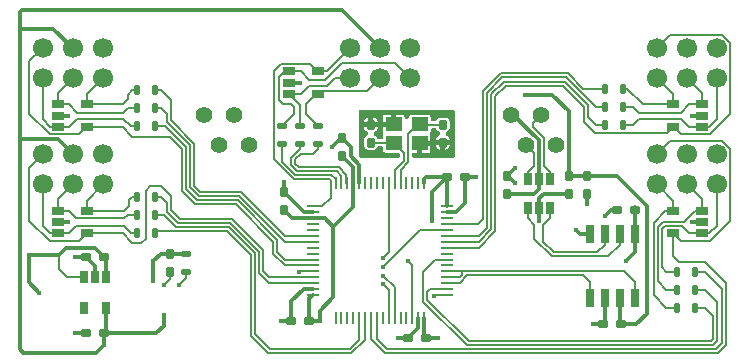
<source format=gtl>
%FSLAX46Y46*%
%MOMM*%
%ADD10C,0.150000*%
%ADD11C,0.300000*%
%AMPS23*
1,1,1.400000,0.000000,0.000000*
%
%ADD23PS23*%
%AMPS17*
1,1,1.700000,0.000000,0.000000*
%
%ADD17PS17*%
%AMPS26*
21,1,0.700000,1.000000,0.000000,0.000000,90.000000*
%
%ADD26PS26*%
%AMPS33*
21,1,0.700000,1.000000,0.000000,0.000000,180.000000*
%
%ADD33PS33*%
%AMPS20*
21,1,0.700000,1.000000,0.000000,0.000000,270.000000*
%
%ADD20PS20*%
%AMPS29*
21,1,0.250000,1.000000,0.000000,0.000000,0.000000*
%
%ADD29PS29*%
%AMPS28*
21,1,0.250000,1.000000,0.000000,0.000000,90.000000*
%
%ADD28PS28*%
%AMPS30*
21,1,0.250000,1.000000,0.000000,0.000000,180.000000*
%
%ADD30PS30*%
%AMPS27*
21,1,0.250000,1.000000,0.000000,0.000000,270.000000*
%
%ADD27PS27*%
%AMPS15*
21,1,1.400000,1.200000,0.000000,0.000000,180.000000*
%
%ADD15PS15*%
%AMPS13*
21,1,0.600000,1.500000,0.000000,0.000000,0.000000*
%
%ADD13PS13*%
%AMPS14*
21,1,0.600000,1.500000,0.000000,0.000000,180.000000*
%
%ADD14PS14*%
%AMPS34*
1,1,0.400000,0.000000,0.000000*
%
%ADD34PS34*%
%AMPS12*
1,1,0.360000,0.220000,-0.195000*
1,1,0.360000,-0.220000,0.195000*
1,1,0.360000,0.220000,0.195000*
21,1,0.800000,0.390000,0.000000,0.000000,0.000000*
21,1,0.440000,0.750000,0.000000,0.000000,0.000000*
1,1,0.360000,-0.220000,-0.195000*
%
%ADD12PS12*%
%AMPS21*
1,1,0.360000,0.195000,0.220000*
1,1,0.360000,-0.195000,-0.220000*
1,1,0.360000,-0.195000,0.220000*
21,1,0.800000,0.390000,0.000000,0.000000,90.000000*
21,1,0.440000,0.750000,0.000000,0.000000,90.000000*
1,1,0.360000,0.195000,-0.220000*
%
%ADD21PS21*%
%AMPS24*
1,1,0.360000,-0.220000,0.195000*
1,1,0.360000,0.220000,-0.195000*
1,1,0.360000,-0.220000,-0.195000*
21,1,0.800000,0.390000,0.000000,0.000000,180.000000*
21,1,0.440000,0.750000,0.000000,0.000000,180.000000*
1,1,0.360000,0.220000,0.195000*
%
%ADD24PS24*%
%AMPS16*
1,1,0.360000,-0.195000,-0.220000*
1,1,0.360000,0.195000,0.220000*
1,1,0.360000,0.195000,-0.220000*
21,1,0.800000,0.390000,0.000000,0.000000,270.000000*
21,1,0.440000,0.750000,0.000000,0.000000,270.000000*
1,1,0.360000,-0.195000,0.220000*
%
%ADD16PS16*%
%AMPS25*
1,1,0.240000,0.130000,-0.330000*
1,1,0.240000,-0.130000,0.330000*
1,1,0.240000,0.130000,0.330000*
21,1,0.500000,0.660000,0.000000,0.000000,0.000000*
21,1,0.260000,0.900000,0.000000,0.000000,0.000000*
1,1,0.240000,-0.130000,-0.330000*
%
%ADD25PS25*%
%AMPS18*
1,1,0.240000,0.330000,0.130000*
1,1,0.240000,-0.330000,-0.130000*
1,1,0.240000,-0.330000,0.130000*
21,1,0.500000,0.660000,0.000000,0.000000,90.000000*
21,1,0.260000,0.900000,0.000000,0.000000,90.000000*
1,1,0.240000,0.330000,-0.130000*
%
%ADD18PS18*%
%AMPS19*
1,1,0.240000,-0.130000,0.330000*
1,1,0.240000,0.130000,-0.330000*
1,1,0.240000,-0.130000,-0.330000*
21,1,0.500000,0.660000,0.000000,0.000000,180.000000*
21,1,0.260000,0.900000,0.000000,0.000000,180.000000*
1,1,0.240000,0.130000,0.330000*
%
%ADD19PS19*%
%AMPS22*
1,1,0.240000,-0.330000,-0.130000*
1,1,0.240000,0.330000,0.130000*
1,1,0.240000,0.330000,-0.130000*
21,1,0.500000,0.660000,0.000000,0.000000,270.000000*
21,1,0.260000,0.900000,0.000000,0.000000,270.000000*
1,1,0.240000,-0.330000,0.130000*
%
%ADD22PS22*%
%AMPS31*
1,1,0.100000,0.250000,-0.500000*
1,1,0.100000,-0.250000,0.500000*
1,1,0.100000,0.250000,0.500000*
21,1,0.600000,1.000000,0.000000,0.000000,0.000000*
21,1,0.500000,1.100000,0.000000,0.000000,0.000000*
1,1,0.100000,-0.250000,-0.500000*
%
%ADD31PS31*%
%AMPS32*
1,1,0.100000,-0.250000,0.500000*
1,1,0.100000,0.250000,-0.500000*
1,1,0.100000,-0.250000,-0.500000*
21,1,0.600000,1.000000,0.000000,0.000000,180.000000*
21,1,0.500000,1.100000,0.000000,0.000000,180.000000*
1,1,0.100000,0.250000,0.500000*
%
%ADD32PS32*%
G01*
%LPD*%
G36*
X1532000Y16002000D02*
X1587863Y16009960D01*
X1639279Y16033206D01*
X1682155Y16069889D01*
X1713080Y16117087D01*
X1729590Y16171045D01*
X1732000Y16202000D01*
X1732000Y16209178D01*
X1724040Y16265041D01*
X1700794Y16316457D01*
X1673421Y16350599D01*
X1653599Y16370421D01*
X1608470Y16404294D01*
X1555676Y16424213D01*
X1512178Y16429000D01*
X494956Y16429000D01*
X450667Y16432972D01*
X410758Y16444375D01*
X374781Y16462976D01*
X343194Y16488310D01*
X317226Y16519394D01*
X297914Y16554990D01*
X286012Y16593704D01*
X281000Y16643946D01*
X281000Y16804000D01*
X273040Y16859863D01*
X249794Y16911279D01*
X213111Y16954155D01*
X165913Y16985080D01*
X111955Y17001590D01*
X81000Y17004000D01*
X-43202Y17004000D01*
X-99065Y16996040D01*
X-150481Y16972794D01*
X-193357Y16936111D01*
X-219586Y16898280D01*
X-234941Y16869553D01*
X-238984Y16862807D01*
X-255602Y16837938D01*
X-260279Y16831631D01*
X-279256Y16808507D01*
X-284522Y16802696D01*
X-305696Y16781522D01*
X-311507Y16776256D01*
X-334631Y16757279D01*
X-340938Y16752602D01*
X-365807Y16735984D01*
X-372545Y16731946D01*
X-398938Y16717839D01*
X-406021Y16714488D01*
X-433680Y16703030D01*
X-441071Y16700386D01*
X-469686Y16691706D01*
X-477319Y16689794D01*
X-506665Y16683957D01*
X-514410Y16682808D01*
X-544205Y16679873D01*
X-554477Y16679368D01*
X-569464Y16679000D01*
X-954536Y16679000D01*
X-969523Y16679368D01*
X-979795Y16679873D01*
X-1009590Y16682808D01*
X-1017335Y16683957D01*
X-1046681Y16689794D01*
X-1054314Y16691706D01*
X-1082929Y16700386D01*
X-1090320Y16703030D01*
X-1117979Y16714488D01*
X-1125062Y16717839D01*
X-1151455Y16731946D01*
X-1158193Y16735984D01*
X-1183062Y16752602D01*
X-1189369Y16757279D01*
X-1212493Y16776256D01*
X-1218304Y16781522D01*
X-1239478Y16802696D01*
X-1244744Y16808507D01*
X-1263721Y16831631D01*
X-1268398Y16837938D01*
X-1285016Y16862807D01*
X-1289054Y16869545D01*
X-1303161Y16895938D01*
X-1306512Y16903021D01*
X-1317970Y16930680D01*
X-1320614Y16938071D01*
X-1329294Y16966686D01*
X-1331206Y16974319D01*
X-1337043Y17003665D01*
X-1338192Y17011410D01*
X-1341127Y17041205D01*
X-1341632Y17051477D01*
X-1342000Y17066464D01*
X-1342000Y17501536D01*
X-1341632Y17516523D01*
X-1341127Y17526795D01*
X-1338192Y17556590D01*
X-1337043Y17564335D01*
X-1331206Y17593681D01*
X-1329294Y17601314D01*
X-1320614Y17629929D01*
X-1317970Y17637320D01*
X-1306512Y17664979D01*
X-1303161Y17672062D01*
X-1289054Y17698455D01*
X-1285016Y17705193D01*
X-1268398Y17730062D01*
X-1263721Y17736369D01*
X-1244744Y17759493D01*
X-1239478Y17765304D01*
X-1218304Y17786478D01*
X-1212493Y17791744D01*
X-1189369Y17810721D01*
X-1183062Y17815398D01*
X-1158193Y17832016D01*
X-1151455Y17836054D01*
X-1125062Y17850161D01*
X-1113539Y17855612D01*
X-1113976Y17856536D01*
X-1073095Y17880740D01*
X-1034503Y17921905D01*
X-1008944Y17972212D01*
X-998455Y18027655D01*
X-1003868Y18083822D01*
X-1024755Y18136241D01*
X-1059451Y18180740D01*
X-1112733Y18217538D01*
X-1136248Y18228660D01*
X-1168252Y18247842D01*
X-1198221Y18270070D01*
X-1225872Y18295128D01*
X-1250930Y18322779D01*
X-1273158Y18352748D01*
X-1292338Y18384749D01*
X-1308295Y18418484D01*
X-1320870Y18453631D01*
X-1329935Y18489818D01*
X-1335409Y18526724D01*
X-1337000Y18559093D01*
X-1337000Y18579000D01*
X-187000Y18579000D01*
X-187000Y18559093D01*
X-188591Y18526724D01*
X-194065Y18489818D01*
X-203130Y18453631D01*
X-215705Y18418484D01*
X-231662Y18384749D01*
X-250842Y18352748D01*
X-273070Y18322779D01*
X-298128Y18295128D01*
X-325779Y18270070D01*
X-355748Y18247842D01*
X-387752Y18228660D01*
X-411267Y18217538D01*
X-458362Y18186457D01*
X-494901Y18143459D01*
X-517977Y18091966D01*
X-525751Y18036077D01*
X-517605Y17980241D01*
X-494188Y17928903D01*
X-457363Y17886148D01*
X-409943Y17856706D01*
X-410461Y17855612D01*
X-398938Y17850161D01*
X-372545Y17836054D01*
X-365807Y17832016D01*
X-340938Y17815398D01*
X-334631Y17810721D01*
X-311507Y17791744D01*
X-305696Y17786478D01*
X-284522Y17765304D01*
X-279256Y17759493D01*
X-260279Y17736369D01*
X-255602Y17730062D01*
X-238984Y17705193D01*
X-234941Y17698447D01*
X-219586Y17669720D01*
X-186232Y17624206D01*
X-141494Y17589820D01*
X-88931Y17569298D01*
X-43202Y17564000D01*
X81000Y17564000D01*
X136863Y17571960D01*
X188279Y17595206D01*
X231155Y17631889D01*
X262080Y17679087D01*
X278590Y17733045D01*
X281000Y17764000D01*
X281000Y17825044D01*
X285201Y17871887D01*
X286000Y17889752D01*
X286000Y18629000D01*
X1191000Y18629000D01*
X1246863Y18636960D01*
X1298279Y18660206D01*
X1341155Y18696889D01*
X1372080Y18744087D01*
X1388590Y18798045D01*
X1391000Y18829000D01*
X1391000Y19634000D01*
X2086000Y19634000D01*
X2086000Y19489752D01*
X2093960Y19433889D01*
X2117206Y19382473D01*
X2153889Y19339597D01*
X2201087Y19308672D01*
X2255045Y19292162D01*
X2311466Y19291380D01*
X2365861Y19306388D01*
X2413898Y19335992D01*
X2451755Y19377835D01*
X2476418Y19428587D01*
X2483976Y19465847D01*
X2496375Y19509242D01*
X2514976Y19545219D01*
X2540310Y19576806D01*
X2571394Y19602774D01*
X2606990Y19622086D01*
X2645704Y19633988D01*
X2695946Y19639000D01*
X4077044Y19639000D01*
X4121333Y19635028D01*
X4161242Y19623625D01*
X4197219Y19605024D01*
X4228806Y19579690D01*
X4254774Y19548606D01*
X4274086Y19513010D01*
X4285988Y19474296D01*
X4291000Y19424054D01*
X4291000Y19264000D01*
X4298960Y19208137D01*
X4322206Y19156721D01*
X4358889Y19113845D01*
X4406087Y19082920D01*
X4460045Y19066410D01*
X4491000Y19064000D01*
X4615202Y19064000D01*
X4671065Y19071960D01*
X4722481Y19095206D01*
X4765357Y19131889D01*
X4791586Y19169720D01*
X4806941Y19198447D01*
X4810984Y19205193D01*
X4827602Y19230062D01*
X4832279Y19236369D01*
X4851256Y19259493D01*
X4856522Y19265304D01*
X4877696Y19286478D01*
X4883507Y19291744D01*
X4906631Y19310721D01*
X4912938Y19315398D01*
X4937807Y19332016D01*
X4944545Y19336054D01*
X4970938Y19350161D01*
X4978021Y19353512D01*
X5005680Y19364970D01*
X5013071Y19367614D01*
X5041686Y19376294D01*
X5049319Y19378206D01*
X5078665Y19384043D01*
X5086410Y19385192D01*
X5116205Y19388127D01*
X5126477Y19388632D01*
X5141464Y19389000D01*
X5526536Y19389000D01*
X5541523Y19388632D01*
X5551795Y19388127D01*
X5581590Y19385192D01*
X5589335Y19384043D01*
X5618681Y19378206D01*
X5626314Y19376294D01*
X5654929Y19367614D01*
X5662320Y19364970D01*
X5689979Y19353512D01*
X5697062Y19350161D01*
X5723455Y19336054D01*
X5730193Y19332016D01*
X5755062Y19315398D01*
X5761369Y19310721D01*
X5784493Y19291744D01*
X5790304Y19286478D01*
X5811478Y19265304D01*
X5816744Y19259493D01*
X5835721Y19236369D01*
X5840398Y19230062D01*
X5857016Y19205193D01*
X5861054Y19198455D01*
X5875161Y19172062D01*
X5878512Y19164979D01*
X5889970Y19137320D01*
X5892614Y19129929D01*
X5901294Y19101314D01*
X5903206Y19093681D01*
X5909043Y19064335D01*
X5910192Y19056590D01*
X5913127Y19026795D01*
X5913632Y19016522D01*
X5914000Y19001534D01*
X5914000Y18566464D01*
X5913632Y18551477D01*
X5913127Y18541205D01*
X5910192Y18511410D01*
X5909043Y18503665D01*
X5903206Y18474319D01*
X5901294Y18466686D01*
X5892614Y18438071D01*
X5889970Y18430680D01*
X5878512Y18403021D01*
X5875161Y18395938D01*
X5861054Y18369545D01*
X5857016Y18362807D01*
X5840398Y18337938D01*
X5835721Y18331631D01*
X5816744Y18308507D01*
X5811478Y18302696D01*
X5790304Y18281522D01*
X5784493Y18276256D01*
X5761369Y18257279D01*
X5755062Y18252602D01*
X5730193Y18235984D01*
X5723455Y18231946D01*
X5697062Y18217839D01*
X5685539Y18212388D01*
X5685976Y18211464D01*
X5645095Y18187260D01*
X5606503Y18146095D01*
X5580944Y18095788D01*
X5570455Y18040345D01*
X5575868Y17984178D01*
X5596755Y17931759D01*
X5631451Y17887260D01*
X5684733Y17850462D01*
X5708248Y17839340D01*
X5740252Y17820158D01*
X5770221Y17797930D01*
X5797872Y17772872D01*
X5822930Y17745221D01*
X5845158Y17715252D01*
X5864338Y17683251D01*
X5880295Y17649516D01*
X5892870Y17614369D01*
X5901934Y17578184D01*
X5907410Y17541270D01*
X5909000Y17508912D01*
X5909000Y17489000D01*
X4759000Y17489000D01*
X4759000Y17508907D01*
X4760591Y17541276D01*
X4766065Y17578182D01*
X4775130Y17614369D01*
X4787705Y17649516D01*
X4803662Y17683251D01*
X4822842Y17715252D01*
X4845070Y17745221D01*
X4870128Y17772872D01*
X4897779Y17797930D01*
X4927748Y17820158D01*
X4959752Y17839340D01*
X4983267Y17850462D01*
X5030362Y17881543D01*
X5066901Y17924541D01*
X5089977Y17976034D01*
X5097751Y18031923D01*
X5089605Y18087759D01*
X5066188Y18139097D01*
X5029363Y18181852D01*
X4981943Y18211294D01*
X4982461Y18212388D01*
X4970938Y18217839D01*
X4944545Y18231946D01*
X4937807Y18235984D01*
X4912938Y18252602D01*
X4906631Y18257279D01*
X4883507Y18276256D01*
X4877696Y18281522D01*
X4856522Y18302696D01*
X4851256Y18308507D01*
X4832279Y18331631D01*
X4827602Y18337938D01*
X4810984Y18362807D01*
X4806941Y18369553D01*
X4791586Y18398280D01*
X4758232Y18443794D01*
X4713494Y18478180D01*
X4660931Y18498702D01*
X4615202Y18504000D01*
X4491000Y18504000D01*
X4435137Y18496040D01*
X4383721Y18472794D01*
X4340845Y18436111D01*
X4309920Y18388913D01*
X4293410Y18334955D01*
X4291000Y18304000D01*
X4291000Y18242956D01*
X4286799Y18196113D01*
X4286000Y18178248D01*
X4286000Y17439000D01*
X3381000Y17439000D01*
X3325137Y17431040D01*
X3273721Y17407794D01*
X3230845Y17371111D01*
X3199920Y17323913D01*
X3183410Y17269955D01*
X3181000Y17239000D01*
X3181000Y16434000D01*
X2890999Y16434000D01*
X2835136Y16426040D01*
X2783720Y16402794D01*
X2740844Y16366111D01*
X2709919Y16318913D01*
X2693409Y16264955D01*
X2690999Y16234000D01*
X2690999Y16202000D01*
X2698959Y16146137D01*
X2722205Y16094721D01*
X2758888Y16051845D01*
X2806086Y16020920D01*
X2860044Y16004410D01*
X2890999Y16002000D01*
X6150000Y16002000D01*
X6205863Y16009960D01*
X6257279Y16033206D01*
X6300155Y16069889D01*
X6331080Y16117087D01*
X6347590Y16171045D01*
X6350000Y16202000D01*
X6350000Y19866000D01*
X6342040Y19921863D01*
X6318794Y19973279D01*
X6282111Y20016155D01*
X6234913Y20047080D01*
X6180955Y20063590D01*
X6150000Y20066000D01*
X-1578000Y20066000D01*
X-1633863Y20058040D01*
X-1685279Y20034794D01*
X-1728155Y19998111D01*
X-1759080Y19950913D01*
X-1775590Y19896955D01*
X-1778000Y19866000D01*
X-1778000Y16202000D01*
X-1770040Y16146137D01*
X-1746794Y16094721D01*
X-1710111Y16051845D01*
X-1662913Y16020920D01*
X-1608955Y16004410D01*
X-1578000Y16002000D01*
X1532000Y16002000D01*
D02*
G37*
%LPC*%
G36*
X981000Y19039000D02*
X286000Y19039000D01*
X286000Y19634000D01*
X981000Y19634000D01*
X981000Y19039000D01*
D02*
G37*
%LPC*%
G36*
X-967000Y18989000D02*
X-1337000Y18989000D01*
X-1337000Y19008907D01*
X-1335409Y19041276D01*
X-1329935Y19078182D01*
X-1320870Y19114369D01*
X-1308295Y19149516D01*
X-1292338Y19183251D01*
X-1273158Y19215252D01*
X-1250930Y19245221D01*
X-1225872Y19272872D01*
X-1198221Y19297930D01*
X-1168252Y19320158D01*
X-1136251Y19339338D01*
X-1102516Y19355295D01*
X-1067369Y19367870D01*
X-1031182Y19376935D01*
X-994276Y19382409D01*
X-967000Y19383750D01*
X-967000Y18989000D01*
D02*
G37*
%LPC*%
G36*
X-187000Y18989000D02*
X-557000Y18989000D01*
X-557000Y19383750D01*
X-529724Y19382409D01*
X-492818Y19376935D01*
X-456631Y19367870D01*
X-421484Y19355295D01*
X-387749Y19339338D01*
X-355748Y19320158D01*
X-325779Y19297930D01*
X-298128Y19272872D01*
X-273070Y19245221D01*
X-250842Y19215252D01*
X-231662Y19183251D01*
X-215705Y19149516D01*
X-203130Y19114369D01*
X-194066Y19078184D01*
X-188590Y19041270D01*
X-187000Y19008912D01*
X-187000Y18989000D01*
D02*
G37*
%LPC*%
G36*
X5539000Y16684250D02*
X5539000Y17079000D01*
X5909000Y17079000D01*
X5909000Y17059093D01*
X5907409Y17026724D01*
X5901935Y16989818D01*
X5892870Y16953631D01*
X5880295Y16918484D01*
X5864338Y16884749D01*
X5845158Y16852748D01*
X5822930Y16822779D01*
X5797872Y16795128D01*
X5770221Y16770070D01*
X5740252Y16747842D01*
X5708251Y16728662D01*
X5674516Y16712705D01*
X5639369Y16700130D01*
X5603182Y16691065D01*
X5566276Y16685591D01*
X5539000Y16684250D01*
D02*
G37*
%LPC*%
G36*
X5129000Y16684250D02*
X5101724Y16685591D01*
X5064818Y16691065D01*
X5028631Y16700130D01*
X4993484Y16712705D01*
X4959749Y16728662D01*
X4927748Y16747842D01*
X4897779Y16770070D01*
X4870128Y16795128D01*
X4845070Y16822779D01*
X4822842Y16852748D01*
X4803662Y16884749D01*
X4787705Y16918484D01*
X4775130Y16953631D01*
X4766065Y16989818D01*
X4760591Y17026724D01*
X4759000Y17059093D01*
X4759000Y17079000D01*
X5129000Y17079000D01*
X5129000Y16684250D01*
D02*
G37*
%LPC*%
G36*
X4286000Y16434000D02*
X3591000Y16434000D01*
X3591000Y17029000D01*
X4286000Y17029000D01*
X4286000Y16434000D01*
D02*
G37*
G01*
%LPD*%
D10*
X-11757066Y13115030D02*
X-15186066Y13115030D01*
D10*
X-10221980Y8036956D02*
X-10221980Y6223000D01*
D10*
X-9871970Y8181934D02*
X-12519066Y10829030D01*
D10*
X20320000Y8636000D02*
X20320000Y9558000D01*
D10*
X23525990Y10121980D02*
X23970021Y10566011D01*
D10*
X-6998012Y14859000D02*
X-7493000Y15353988D01*
D11*
X-3314000Y17641000D02*
X-4064000Y16891000D01*
D10*
X26180002Y18608000D02*
X25484002Y19304000D01*
D11*
X-29718000Y7747000D02*
X-27178000Y7747000D01*
D10*
X9779000Y9779000D02*
X9779000Y21209000D01*
D10*
X-21717000Y19812000D02*
X-21336000Y20193000D01*
D10*
X-7677000Y21402000D02*
X-6665000Y21402000D01*
D11*
X-5080000Y2159000D02*
X-5080000Y3060000D01*
D11*
X-27654000Y26924000D02*
X-30499985Y26924000D01*
D10*
X-7287968Y14158980D02*
X-8980010Y15851022D01*
D10*
X-2849999Y14572987D02*
X-3486022Y15209010D01*
D10*
X7512944Y475046D02*
X28034046Y475046D01*
D10*
X-10571990Y7891978D02*
X-12809022Y10129010D01*
D10*
X-7493000Y16002000D02*
X-6731000Y16764000D01*
D10*
X12954000Y18606992D02*
X13887010Y17673982D01*
D10*
X15783955Y22798021D02*
X18261976Y20320000D01*
D10*
X-26350000Y9591000D02*
X-25724999Y10216001D01*
D11*
X21717000Y1905000D02*
X20435000Y1905000D01*
D10*
X8383010Y8878000D02*
X9428989Y9923979D01*
D10*
X-3631000Y14859000D02*
X-6998012Y14859000D01*
D11*
X-5700000Y11378000D02*
X-6437000Y11378000D01*
D10*
X-5207000Y18657000D02*
X-6223000Y19673000D01*
D10*
X8388022Y9378000D02*
X9078981Y10068959D01*
D10*
X1267000Y24003000D02*
X-3230998Y24003000D01*
D11*
X5727000Y14351000D02*
X3937000Y14351000D01*
D10*
X-24835000Y18608000D02*
X-21783000Y18608000D01*
D10*
X-9378991Y5874999D02*
X-5703001Y5874999D01*
D10*
X4033011Y3954979D02*
X7512944Y475046D01*
D11*
X3937000Y14351000D02*
X3750000Y14164000D01*
D10*
X-24835000Y9591000D02*
X-21783000Y9591000D01*
D10*
X28477025Y-224975D02*
X605975Y-224975D01*
D10*
X-5703001Y5874999D02*
X-5700000Y5878000D01*
D11*
X-23180000Y3272000D02*
X-23180000Y1343000D01*
D10*
X-10922000Y889000D02*
X-10922000Y7747000D01*
D10*
X3213000Y18834000D02*
X3386000Y18834000D01*
D10*
X-21336000Y11176000D02*
X-20562000Y11176000D01*
D11*
X10795000Y14478000D02*
X11430000Y15113000D01*
D10*
X-3750000Y13828000D02*
X-3750000Y14164000D01*
D10*
X605975Y-224975D02*
X-250000Y631000D01*
D10*
X-24835000Y11491000D02*
X-24835000Y12355000D01*
D10*
X10668000Y22098000D02*
X15494000Y22098000D01*
D10*
X-12809022Y10129010D02*
X-17241010Y10129010D01*
D10*
X-20955000Y17780000D02*
X-17780000Y17780000D01*
D10*
X8728974Y21643940D02*
X10233065Y23148031D01*
D10*
X2750000Y6902000D02*
X2413000Y7239000D01*
D10*
X-21336000Y20955000D02*
X-21336000Y21336000D01*
D10*
X-3250000Y13828000D02*
X-3250000Y14478000D01*
D10*
X-25724999Y10865999D02*
X-21646001Y10865999D01*
D11*
X22606000Y2794000D02*
X21717000Y1905000D01*
D10*
X9779000Y21209000D02*
X10668000Y22098000D01*
D10*
X-18034000Y12192000D02*
X-18034000Y11416988D01*
D10*
X-5969000Y22098000D02*
X-4445000Y22098000D01*
D10*
X-8015024Y8878000D02*
X-11902044Y12765020D01*
D10*
X-18935000Y9779000D02*
X-19062000Y9652000D01*
D10*
X-2750000Y13828000D02*
X-2779000Y13828000D01*
D10*
X-21783000Y9591000D02*
X-20955000Y8763000D01*
D10*
X-4252980Y14158980D02*
X-7287968Y14158980D01*
D10*
X6767000Y5878000D02*
X6985000Y6096000D01*
D10*
X-8509000Y22865002D02*
X-8509000Y20888998D01*
D10*
X-18542000Y12700000D02*
X-18034000Y12192000D01*
D11*
X3750000Y2428000D02*
X3750000Y937000D01*
D10*
X-8255000Y15621000D02*
X-8255000Y17157000D01*
D11*
X19558000Y11557000D02*
X19050000Y11049000D01*
D10*
X18288000Y18796000D02*
X19062000Y18796000D01*
D10*
X-28540000Y19263000D02*
X-28540000Y22730000D01*
D10*
X-8666990Y9034978D02*
X-8666990Y8018978D01*
D10*
X4711000Y7378000D02*
X3683000Y6350000D01*
D10*
X27559000Y3302000D02*
X26658000Y3302000D01*
D10*
X28635015Y-574985D02*
X29337000Y127000D01*
D11*
X-23994985Y-499985D02*
X-30234015Y-499985D01*
D11*
X-2250000Y15216000D02*
X-2250000Y13828000D01*
D10*
X25352325Y7159675D02*
X24835000Y7677000D01*
D10*
X13081000Y9157012D02*
X14587022Y7650990D01*
D10*
X24297990Y18070990D02*
X24835000Y18608000D01*
D11*
X-26000000Y16270000D02*
X-27287989Y17557989D01*
D10*
X24835000Y12355000D02*
X23460000Y13730000D01*
D10*
X12365000Y17110000D02*
X13036990Y16438010D01*
D10*
X24835000Y18608000D02*
X25460001Y17982999D01*
D10*
X-17780000Y6362000D02*
X-17780000Y5715000D01*
D11*
X19050000Y4158000D02*
X19050000Y2020000D01*
D10*
X-4627998Y22606000D02*
X-5969000Y22606000D01*
D10*
X25484002Y19304000D02*
X21971000Y19304000D01*
D11*
X21590000Y9558000D02*
X21590000Y8001000D01*
D10*
X-21783000Y18608000D02*
X-20955000Y17780000D01*
D11*
X13462000Y13354000D02*
X13462000Y14154000D01*
D10*
X17622010Y20464978D02*
X17622010Y19461990D01*
D10*
X13081000Y10287000D02*
X13081000Y9157012D01*
D10*
X-8014012Y7366000D02*
X-5842000Y7366000D01*
D11*
X10795000Y14454000D02*
X10819000Y14454000D01*
D10*
X-3750000Y14164000D02*
X-4094990Y14508990D01*
D10*
X-28540000Y10246000D02*
X-28540000Y13730000D01*
D11*
X10819000Y14454000D02*
X11430000Y13843000D01*
D10*
X17622010Y19461990D02*
X18288000Y18796000D01*
D10*
X28575000Y3810000D02*
X27559000Y4826000D01*
D11*
X-8128000Y11569000D02*
X-7437000Y10878000D01*
D10*
X27235000Y21495000D02*
X26000000Y22730000D01*
D10*
X24257000Y3302000D02*
X23175980Y4383020D01*
D10*
X15638980Y22448008D02*
X17622010Y20464978D01*
D11*
X13462000Y10668000D02*
X13462000Y11754000D01*
D10*
X13843000Y10287000D02*
X13843000Y8890000D01*
D10*
X-4094990Y14508990D02*
X-7142990Y14508990D01*
D10*
X-26350000Y18608000D02*
X-25654000Y19304000D01*
D10*
X24185000Y11491000D02*
X23175980Y10481980D01*
D10*
X2410999Y15618999D02*
X1750000Y14958000D01*
D10*
X-17683990Y12730990D02*
X-18542000Y13589000D01*
D10*
X22291000Y20508000D02*
X20955000Y21844000D01*
D11*
X-23380000Y139000D02*
X-23368000Y127000D01*
D10*
X-5902001Y23927001D02*
X-8397001Y23927001D01*
D10*
X-7142990Y14508990D02*
X-8255000Y15621000D01*
D10*
X28575000Y508000D02*
X28575000Y3810000D01*
D10*
X-3813000Y22730000D02*
X-2540000Y22730000D01*
D10*
X26662998Y11491000D02*
X27235000Y11491000D01*
D11*
X11309938Y19650000D02*
X11095000Y19650000D01*
D11*
X-24880000Y7620000D02*
X-24130000Y6870000D01*
D10*
X-7239000Y19673000D02*
X-8255000Y18657000D01*
D11*
X-27235000Y10541000D02*
X-26416000Y10541000D01*
D10*
X2012000Y15714988D02*
X1250000Y14952988D01*
D11*
X4445000Y10668000D02*
X4445000Y13069000D01*
D11*
X-27235000Y19558000D02*
X-26416000Y19558000D01*
D10*
X27559000Y4826000D02*
X26658000Y4826000D01*
D10*
X24835000Y11491000D02*
X24185000Y11491000D01*
D10*
X14732000Y8001000D02*
X18415000Y8001000D01*
D10*
X-5830000Y7378000D02*
X-5700000Y7378000D01*
D11*
X-5981000Y2159000D02*
X-5080000Y2159000D01*
D11*
X-30499985Y-234015D02*
X-30499985Y17526000D01*
D10*
X-17780000Y17780000D02*
X-16764000Y16764000D01*
D10*
X29665010Y25735994D02*
X29005994Y26395010D01*
D11*
X27235000Y10541000D02*
X26416000Y10541000D01*
D11*
X18935000Y1905000D02*
X18034000Y1905000D01*
D10*
X25555001Y10216001D02*
X26180002Y9591000D01*
D10*
X13887010Y15322990D02*
X14412000Y14798000D01*
D10*
X-19062000Y18669000D02*
X-18174012Y18669000D01*
D10*
X27235000Y12495000D02*
X26000000Y13730000D01*
D10*
X14412000Y14798000D02*
X14412000Y14154000D01*
D10*
X-15186066Y13115030D02*
X-15713970Y13642934D01*
D10*
X27235000Y18608000D02*
X26180002Y18608000D01*
D11*
X17526000Y12966000D02*
X17526000Y12065000D01*
D10*
X-10922000Y7747000D02*
X-12954000Y9779000D01*
D11*
X-6437000Y11378000D02*
X-8128000Y13069000D01*
D10*
X-9313037Y-224975D02*
X-10571990Y1033978D01*
D11*
X-30301015Y28499985D02*
X-3229985Y28499985D01*
D11*
X-16383000Y7862000D02*
X-17780000Y7862000D01*
D10*
X-19812000Y13208000D02*
X-19431000Y13589000D01*
D10*
X-4886000Y11878000D02*
X-4150001Y12613999D01*
D10*
X27235000Y20508000D02*
X27235000Y21495000D01*
D11*
X-29718000Y5461000D02*
X-28829000Y4572000D01*
D10*
X-6223000Y19673000D02*
X-6223000Y20574000D01*
D10*
X27235000Y18608000D02*
X27885000Y18608000D01*
D10*
X-8194002Y20574000D02*
X-7493000Y20574000D01*
D10*
X12512000Y10856000D02*
X13081000Y10287000D01*
D10*
X-27235000Y20508000D02*
X-26350000Y20508000D01*
D11*
X17526000Y14466000D02*
X20078000Y14466000D01*
D10*
X-29665010Y24144990D02*
X-28540000Y25270000D01*
D11*
X20078000Y14466000D02*
X22606000Y11938000D01*
D10*
X20955000Y21844000D02*
X20562000Y21844000D01*
D10*
X-21656000Y11491000D02*
X-21209000Y11938000D01*
D10*
X-21717000Y19304000D02*
X-21082000Y18669000D01*
D11*
X-18288000Y2667000D02*
X-18288000Y1778000D01*
D10*
X25158000Y3302000D02*
X24257000Y3302000D01*
D10*
X28540000Y19263000D02*
X28540000Y22730000D01*
D10*
X-26350000Y20508000D02*
X-25654000Y19812000D01*
D10*
X29665010Y19693008D02*
X29665010Y25735994D01*
D10*
X25484002Y19812000D02*
X21971000Y19812000D01*
D11*
X21590000Y9558000D02*
X21590000Y11545000D01*
D11*
X21590000Y8001000D02*
X20828000Y7239000D01*
D11*
X-23368000Y127000D02*
X-23994985Y-499985D01*
D10*
X-15331044Y12765020D02*
X-16063980Y13497956D01*
D10*
X24114999Y10216001D02*
X25555001Y10216001D01*
D10*
X-9871970Y8181934D02*
X-9871970Y6367978D01*
D10*
X-24835000Y11491000D02*
X-21656000Y11491000D01*
D10*
X254000Y7493000D02*
X750000Y7989000D01*
D10*
X-5700000Y9378000D02*
X-8020036Y9378000D01*
D10*
X-6665000Y21402000D02*
X-5969000Y22098000D01*
D10*
X3401000Y9878000D02*
X5700000Y9878000D01*
D10*
X27235000Y20508000D02*
X26180002Y20508000D01*
D10*
X-17096032Y10479020D02*
X-12664044Y10479020D01*
D10*
X-12047022Y12415010D02*
X-8666990Y9034978D01*
D10*
X-9017000Y8890000D02*
X-9017000Y7874000D01*
D10*
X-21336000Y20193000D02*
X-20562000Y20193000D01*
D10*
X17272000Y20320000D02*
X17272000Y19050000D01*
D10*
X-6674006Y16326006D02*
X-5644994Y16326006D01*
D10*
X5700000Y6378000D02*
X6985000Y6378000D01*
D10*
X29337000Y127000D02*
X29337000Y5381675D01*
D11*
X-17780000Y7862000D02*
X-18554000Y7862000D01*
D11*
X13462000Y12554000D02*
X13862000Y12954000D01*
D10*
X3683000Y6350000D02*
X3683000Y3810000D01*
D10*
X-16413990Y13352978D02*
X-15476022Y12415010D01*
D10*
X2012000Y16408000D02*
X1186000Y17234000D01*
D11*
X-2250000Y13828000D02*
X-2250000Y11847000D01*
D10*
X-20955000Y8763000D02*
X-20193000Y8763000D01*
D10*
X-7493000Y15353988D02*
X-7493000Y16002000D01*
D11*
X3750000Y937000D02*
X3925000Y762000D01*
D10*
X-5842000Y7366000D02*
X-5830000Y7378000D01*
D10*
X2750000Y2428000D02*
X2750000Y6902000D01*
D10*
X-8980010Y15851022D02*
X-8980010Y23343992D01*
D10*
X15928933Y23148031D02*
X17232964Y21844000D01*
D11*
X16002000Y14454000D02*
X17514000Y14454000D01*
D10*
X25460001Y8965999D02*
X27955001Y8965999D01*
D11*
X5700000Y11378000D02*
X6455002Y11378000D01*
D10*
X2012000Y16408000D02*
X2012000Y15714988D01*
D10*
X750000Y7989000D02*
X750000Y13828000D01*
D10*
X21590000Y5461000D02*
X21590000Y4158000D01*
D10*
X5700000Y10378000D02*
X8311972Y10378000D01*
D10*
X-24835000Y21355000D02*
X-23460000Y22730000D01*
D10*
X25460001Y17982999D02*
X27955001Y17982999D01*
D10*
X-9017000Y7874000D02*
X-8021000Y6878000D01*
D10*
X4632000Y4378000D02*
X4572000Y4318000D01*
D10*
X28986990Y284990D02*
X28477025Y-224975D01*
D10*
X28224989Y665989D02*
X28224989Y2636011D01*
D10*
X10233065Y23148031D02*
X15928933Y23148031D01*
D11*
X-29718000Y7747000D02*
X-29718000Y5461000D01*
D10*
X-16764000Y16764000D02*
X-16764000Y13208000D01*
D10*
X18251010Y18070990D02*
X24297990Y18070990D01*
D11*
X14605000Y21336000D02*
X16002000Y19939000D01*
D10*
X-250000Y631000D02*
X-250000Y1297003D01*
D10*
X-6830000Y6378000D02*
X-6858000Y6350000D01*
D10*
X-10571990Y1033978D02*
X-10571990Y7891978D01*
D11*
X16985000Y9558000D02*
X16637000Y9906000D01*
D10*
X-15713970Y13642934D02*
X-15713970Y17198934D01*
D10*
X29005994Y26395010D02*
X24585010Y26395010D01*
D10*
X28034046Y475046D02*
X28224989Y665989D01*
D10*
X-27235000Y21495000D02*
X-26000000Y22730000D01*
D10*
X-24835000Y18608000D02*
X-25460001Y17982999D01*
D10*
X9428990Y21353980D02*
X10523021Y22448011D01*
D10*
X-27885000Y9591000D02*
X-28540000Y10246000D01*
D10*
X-25080000Y5872000D02*
X-26446000Y5872000D01*
D10*
X-16383000Y6362000D02*
X-16383000Y5842000D01*
D10*
X23525990Y5557010D02*
X23525990Y10121980D01*
D10*
X-4150001Y14056001D02*
X-4252980Y14158980D01*
D10*
X-24835000Y20508000D02*
X-21783000Y20508000D01*
D10*
X-5700000Y6378000D02*
X-6830000Y6378000D01*
D10*
X750000Y4838000D02*
X254000Y5334000D01*
D10*
X-27885000Y18608000D02*
X-28540000Y19263000D01*
D10*
X-2849999Y13898999D02*
X-2849999Y14572987D01*
D10*
X24585010Y17395010D02*
X23460000Y16270000D01*
D10*
X7367965Y125035D02*
X28192035Y125035D01*
D11*
X-2250000Y11847000D02*
X-3937000Y10160000D01*
D10*
X5334000Y18784000D02*
X3436000Y18784000D01*
D10*
X-250000Y1297003D02*
X-250000Y2428000D01*
D10*
X-27955001Y17982999D02*
X-29665010Y19693008D01*
D10*
X-8021000Y6878000D02*
X-5700000Y6878000D01*
D10*
X-2413000Y-574985D02*
X-9458015Y-574985D01*
D11*
X-27287989Y17557989D02*
X-30467996Y17557989D01*
D10*
X21463000Y18796000D02*
X20562000Y18796000D01*
D10*
X-18542000Y20193000D02*
X-19062000Y20193000D01*
D10*
X29337000Y5381675D02*
X27559000Y7159675D01*
D11*
X16002000Y19939000D02*
X16002000Y14454000D01*
D10*
X-21209000Y11938000D02*
X-21209000Y12446000D01*
D10*
X-21209000Y12446000D02*
X-20955000Y12700000D01*
D10*
X13635000Y19650000D02*
X12954000Y18969000D01*
D10*
X17526000Y14466000D02*
X17538000Y14466000D01*
D11*
X-5981000Y4097000D02*
X-5700000Y4378000D01*
D10*
X-6731000Y16764000D02*
X-6731000Y17157000D01*
D10*
X-18288000Y11176000D02*
X-19062000Y11176000D01*
D10*
X1250000Y5009752D02*
X1250000Y2428000D01*
D10*
X-11902044Y12765020D02*
X-15331044Y12765020D01*
D11*
X5727000Y11905000D02*
X5700000Y11878000D01*
D10*
X26180002Y9591000D02*
X27235000Y9591000D01*
D10*
X25738009Y10566011D02*
X26662998Y11491000D01*
D10*
X-7493000Y20574000D02*
X-7239000Y20320000D01*
D10*
X-20955000Y21717000D02*
X-20562000Y21717000D01*
D11*
X7227000Y14351000D02*
X8128000Y14351000D01*
D11*
X7227000Y12149998D02*
X7227000Y14351000D01*
D11*
X17514000Y14454000D02*
X17526000Y14466000D01*
D10*
X24835000Y11491000D02*
X24835000Y12355000D01*
D11*
X-5080000Y3060000D02*
X-3937000Y4203000D01*
D10*
X27955001Y8965999D02*
X29665010Y10676008D01*
D11*
X-5981000Y2159000D02*
X-5981000Y4097000D01*
D10*
X23876000Y9977002D02*
X24114999Y10216001D01*
D10*
X29665010Y10676008D02*
X29665010Y16735994D01*
D10*
X-27178000Y6604000D02*
X-27178000Y7747000D01*
D10*
X-3230998Y24003000D02*
X-4627998Y22606000D01*
D10*
X-16764000Y13208000D02*
X-15621000Y12065000D01*
D10*
X-15621000Y12065000D02*
X-12192000Y12065000D01*
D10*
X-6853034Y15209010D02*
X-7142990Y15498966D01*
D10*
X2410999Y18031999D02*
X2410999Y15618999D01*
D11*
X-3937000Y10160000D02*
X-3937000Y4203000D01*
D10*
X-5700000Y8878000D02*
X-8015024Y8878000D01*
D10*
X-27235000Y11491000D02*
X-26350000Y11491000D01*
D10*
X272376Y5987376D02*
X1250000Y5009752D01*
D10*
X-8020036Y9378000D02*
X-11757066Y13115030D01*
D10*
X8378000Y8378000D02*
X9779000Y9779000D01*
D11*
X-6455002Y4878000D02*
X-7481000Y3852002D01*
D11*
X-30499985Y28301015D02*
X-30301015Y28499985D01*
D11*
X-7481000Y3852002D02*
X-7481000Y2159000D01*
D10*
X-21082000Y18669000D02*
X-20562000Y18669000D01*
D10*
X5700000Y7378000D02*
X4711000Y7378000D01*
D10*
X17780000Y5461000D02*
X17780000Y4158000D01*
D10*
X24585010Y26395010D02*
X23460000Y25270000D01*
D10*
X23876000Y6731000D02*
X23876000Y9977002D01*
D10*
X8311972Y10378000D02*
X8728973Y10795001D01*
D10*
X-18034000Y11416988D02*
X-17096032Y10479020D01*
D10*
X-15713970Y17198934D02*
X-17683990Y19168954D01*
D10*
X-7142990Y15857022D02*
X-6674006Y16326006D01*
D10*
X-762000Y17284000D02*
X1136000Y17284000D01*
D10*
X-26350000Y11491000D02*
X-25724999Y10865999D01*
D11*
X-26579990Y8345010D02*
X-27178000Y7747000D01*
D11*
X10795000Y14454000D02*
X10795000Y14478000D01*
D10*
X15494000Y22098000D02*
X17272000Y20320000D01*
D10*
X24835000Y21355000D02*
X24835000Y20508000D01*
D10*
X24835000Y20508000D02*
X22291000Y20508000D01*
D10*
X-29665010Y19693008D02*
X-29665010Y24144990D01*
D11*
X-24880000Y1143000D02*
X-25781000Y1143000D01*
D10*
X9078981Y10068959D02*
X9078982Y21498960D01*
D10*
X-5277000Y23302000D02*
X-5902001Y23927001D01*
D10*
X-16383000Y5842000D02*
X-17018000Y5207000D01*
D10*
X9428989Y9923979D02*
X9428990Y21353980D01*
D10*
X-27235000Y20508000D02*
X-27235000Y21495000D01*
D10*
X3683000Y3810000D02*
X7367965Y125035D01*
D10*
X-6731000Y18657000D02*
X-6731000Y20456000D01*
D10*
X2410999Y18031999D02*
X3213000Y18834000D01*
D10*
X5700000Y5878000D02*
X6767000Y5878000D01*
D11*
X21578000Y11557000D02*
X21578000Y11823000D01*
D10*
X-9458015Y-574985D02*
X-10922000Y889000D01*
D10*
X14412000Y11754000D02*
X14412000Y10856000D01*
D10*
X-21336000Y21336000D02*
X-20955000Y21717000D01*
D10*
X27235000Y9591000D02*
X27885000Y9591000D01*
D10*
X-18542000Y13589000D02*
X-19431000Y13589000D01*
D10*
X-18034000Y19023976D02*
X-18034000Y19685000D01*
D10*
X5700000Y5378000D02*
X6761988Y5378000D01*
D10*
X-7239000Y20320000D02*
X-7239000Y19673000D01*
D10*
X1250000Y14952988D02*
X1250000Y13828000D01*
D10*
X-20193000Y8763000D02*
X-19812000Y9144000D01*
D10*
X-25654000Y19304000D02*
X-21717000Y19304000D01*
D11*
X-18923000Y1143000D02*
X-23380000Y1143000D01*
D10*
X-12192000Y12065000D02*
X-9017000Y8890000D01*
D10*
X-1750000Y2428000D02*
X-1750000Y583003D01*
D10*
X19334990Y7650990D02*
X20320000Y8636000D01*
D10*
X-5969000Y22606000D02*
X-6665000Y23302000D01*
D11*
X-18288000Y1778000D02*
X-18923000Y1143000D01*
D11*
X21590000Y11545000D02*
X21578000Y11557000D01*
D10*
X-27235000Y9591000D02*
X-26350000Y9591000D01*
D11*
X-3175000Y16141000D02*
X-2250000Y15216000D01*
D11*
X2425000Y762000D02*
X3250000Y1587000D01*
D10*
X14587022Y7650990D02*
X19334990Y7650990D01*
D10*
X-17683990Y19168954D02*
X-17683990Y20858990D01*
D10*
X-6731000Y20456000D02*
X-7677000Y21402000D01*
D11*
X-30234015Y-499985D02*
X-30499985Y-234015D01*
D10*
X24257000Y4826000D02*
X23525990Y5557010D01*
D10*
X27955001Y17982999D02*
X29665010Y19693008D01*
D10*
X27235000Y11491000D02*
X27235000Y12495000D01*
D11*
X6455002Y11378000D02*
X7227000Y12149998D01*
D10*
X-750000Y2428000D02*
X-750000Y623000D01*
D10*
X1136000Y17284000D02*
X1186000Y17234000D01*
D11*
X-24880000Y7620000D02*
X-25781000Y7620000D01*
D11*
X19050000Y2020000D02*
X18935000Y1905000D01*
D11*
X-23380000Y7620000D02*
X-24105010Y8345010D01*
D11*
X4445000Y13069000D02*
X5727000Y14351000D01*
D10*
X17272000Y19050000D02*
X18251010Y18070990D01*
D10*
X-10221980Y6223000D02*
X-9376980Y5378000D01*
D11*
X-8128000Y13069000D02*
X-8128000Y13970000D01*
D11*
X-3229985Y28499985D02*
X0Y25270000D01*
D10*
X-2557978Y-224975D02*
X-9313037Y-224975D01*
D11*
X-5700000Y4878000D02*
X-6455002Y4878000D01*
D10*
X23460000Y22730000D02*
X24835000Y21355000D01*
D10*
X-17683990Y20858990D02*
X-18542000Y21717000D01*
D10*
X-27235000Y9591000D02*
X-27885000Y9591000D01*
D10*
X-8666990Y8018978D02*
X-8014012Y7366000D01*
D10*
X28192035Y125035D02*
X28575000Y508000D01*
D10*
X6985000Y6096000D02*
X6985000Y6378000D01*
D10*
X-21082000Y9652000D02*
X-20562000Y9652000D01*
D10*
X17213010Y6027990D02*
X17780000Y5461000D01*
D10*
X10378043Y22798021D02*
X15783955Y22798021D01*
D10*
X-2540000Y25270000D02*
X-4508000Y23302000D01*
D10*
X25158000Y6350000D02*
X24257000Y6350000D01*
D10*
X21971000Y19304000D02*
X21463000Y18796000D01*
D10*
X5700000Y8378000D02*
X8378000Y8378000D01*
D10*
X-24835000Y20508000D02*
X-24835000Y21355000D01*
D10*
X13887010Y17673982D02*
X13887010Y15322990D01*
D10*
X-5395000Y21402000D02*
X-5277000Y21402000D01*
D10*
X-5207000Y16764000D02*
X-5207000Y17157000D01*
D10*
X13843000Y8890000D02*
X14732000Y8001000D01*
D10*
X-1125010Y21604990D02*
X-5074010Y21604990D01*
D11*
X-4655000Y10878000D02*
X-3937000Y10160000D01*
D10*
X0Y22730000D02*
X-1125010Y21604990D01*
D11*
X27235000Y19558000D02*
X26416000Y19558000D01*
D10*
X25158000Y4826000D02*
X24257000Y4826000D01*
D10*
X-4150001Y12613999D02*
X-4150001Y14056001D01*
D10*
X9078982Y21498960D02*
X10378043Y22798021D01*
D11*
X-2449990Y16915990D02*
X-3175000Y17641000D01*
D11*
X-23180000Y5872000D02*
X-23180000Y7420000D01*
D11*
X-2449990Y16123110D02*
X-2449990Y16915990D01*
D10*
X-12954000Y9779000D02*
X-18935000Y9779000D01*
D10*
X18415000Y8001000D02*
X19050000Y8636000D01*
D11*
X-30499985Y17526000D02*
X-30499985Y26924000D01*
D11*
X-1750000Y13828000D02*
X-1750000Y15423120D01*
D10*
X-26446000Y5872000D02*
X-27178000Y6604000D01*
D10*
X-16951054Y10829030D02*
X-17683990Y11561966D01*
D10*
X447985Y-574985D02*
X28635015Y-574985D01*
D11*
X20320000Y4158000D02*
X20320000Y2020000D01*
D10*
X-6665000Y23302000D02*
X-7677000Y23302000D01*
D11*
X20078000Y11557000D02*
X19558000Y11557000D01*
D11*
X-19177000Y5588000D02*
X-19177000Y7239000D01*
D10*
X23175980Y10481980D02*
X23175980Y4383020D01*
D10*
X-25460001Y17982999D02*
X-27955001Y17982999D01*
D10*
X-17683990Y11561966D02*
X-17683990Y12730990D01*
D10*
X4033011Y4668011D02*
X4033011Y3954979D01*
D10*
X29665010Y16735994D02*
X29005994Y17395010D01*
D10*
X-29665010Y10676008D02*
X-29665010Y15144990D01*
D10*
X26658000Y6350000D02*
X27559000Y6350000D01*
D10*
X-27235000Y12495000D02*
X-26000000Y13730000D01*
D10*
X18261976Y20320000D02*
X19062000Y20320000D01*
D10*
X-7677000Y23302000D02*
X-8072002Y23302000D01*
D10*
X12512000Y14798000D02*
X12512000Y14154000D01*
D10*
X-9871970Y6367978D02*
X-9378991Y5874999D01*
D11*
X-30499985Y26924000D02*
X-30499985Y28301015D01*
D10*
X-29665010Y15144990D02*
X-28540000Y16270000D01*
D10*
X27559000Y7159675D02*
X25352325Y7159675D01*
D10*
X14412000Y10856000D02*
X13843000Y10287000D01*
D10*
X26180002Y20508000D02*
X25484002Y19812000D01*
D10*
X-18034000Y19685000D02*
X-18542000Y20193000D01*
D10*
X-5644994Y16326006D02*
X-5207000Y16764000D01*
D10*
X-21646001Y10216001D02*
X-21082000Y9652000D01*
D10*
X-18542000Y21717000D02*
X-19062000Y21717000D01*
D11*
X-3175000Y17641000D02*
X-3314000Y17641000D01*
D10*
X29005994Y17395010D02*
X24585010Y17395010D01*
D11*
X13862000Y12954000D02*
X16002000Y12954000D01*
D10*
X24835000Y7677000D02*
X24835000Y9591000D01*
D11*
X5727000Y14351000D02*
X5727000Y11905000D01*
D10*
X-6223000Y20574000D02*
X-5395000Y21402000D01*
D11*
X22606000Y11938000D02*
X22606000Y2794000D01*
D10*
X-25654000Y19812000D02*
X-21717000Y19812000D01*
D10*
X24257000Y6350000D02*
X23876000Y6731000D01*
D11*
X13062000Y12954000D02*
X13462000Y13354000D01*
D10*
X-25460001Y8965999D02*
X-27955001Y8965999D01*
D10*
X6761988Y5378000D02*
X7411978Y6027990D01*
D11*
X-23180000Y7420000D02*
X-23380000Y7620000D01*
D10*
X254000Y6731000D02*
X3401000Y9878000D01*
D10*
X6985000Y6378000D02*
X20673000Y6378000D01*
D10*
X-16063980Y13497956D02*
X-16063980Y17053956D01*
D10*
X21463000Y20320000D02*
X20562000Y20320000D01*
D10*
X-4445000Y22098000D02*
X-3813000Y22730000D01*
D10*
X-4508000Y23302000D02*
X-5277000Y23302000D01*
D10*
X-8509000Y20888998D02*
X-8194002Y20574000D01*
D10*
X-5074010Y21604990D02*
X-5277000Y21402000D01*
D11*
X20320000Y2020000D02*
X20435000Y1905000D01*
D10*
X20673000Y6378000D02*
X21590000Y5461000D01*
D10*
X-19812000Y9144000D02*
X-19812000Y13208000D01*
D10*
X8728973Y10795001D02*
X8728974Y21643940D01*
D10*
X-21646001Y10865999D02*
X-21336000Y11176000D01*
D10*
X-27235000Y18608000D02*
X-27885000Y18608000D01*
D10*
X17232964Y21844000D02*
X19062000Y21844000D01*
D10*
X5700000Y8878000D02*
X8383010Y8878000D01*
D10*
X-18174012Y18669000D02*
X-16413990Y16908978D01*
D10*
X-27955001Y8965999D02*
X-29665010Y10676008D01*
D10*
X5700000Y4378000D02*
X4632000Y4378000D01*
D11*
X13462000Y14154000D02*
X13462000Y17497938D01*
D11*
X-24105010Y8345010D02*
X-26579990Y8345010D01*
D10*
X-27235000Y11491000D02*
X-27235000Y12495000D01*
D10*
X-16413990Y16908978D02*
X-16413990Y13352978D01*
D11*
X3925000Y762000D02*
X4953000Y762000D01*
D10*
X-24835000Y12355000D02*
X-23460000Y13730000D01*
D10*
X-2779000Y13828000D02*
X-2849999Y13898999D01*
D10*
X12954000Y18969000D02*
X12954000Y18606992D01*
D11*
X-23180000Y1343000D02*
X-23380000Y1143000D01*
D10*
X13036990Y16438010D02*
X13036990Y15322990D01*
D10*
X2540000Y22730000D02*
X1267000Y24003000D01*
D10*
X27885000Y9591000D02*
X28540000Y10246000D01*
D10*
X23970021Y10566011D02*
X25738009Y10566011D01*
D10*
X27559000Y6350000D02*
X28986990Y4922010D01*
D10*
X24835000Y9591000D02*
X25460001Y8965999D01*
D10*
X19050000Y8636000D02*
X19050000Y9558000D01*
D10*
X750000Y2428000D02*
X750000Y4838000D01*
D10*
X-750000Y623000D02*
X447985Y-574985D01*
D10*
X-25724999Y10216001D02*
X-21646001Y10216001D01*
D11*
X-7481000Y2159000D02*
X-8382000Y2159000D01*
D10*
X-5700000Y11878000D02*
X-4886000Y11878000D01*
D10*
X1750000Y14958000D02*
X1750000Y13828000D01*
D10*
X-17780000Y5715000D02*
X-18288000Y5207000D01*
D11*
X10795000Y12954000D02*
X13062000Y12954000D01*
D10*
X13036990Y15322990D02*
X12512000Y14798000D01*
D10*
X-16063980Y17053956D02*
X-18034000Y19023976D01*
D10*
X5700000Y9378000D02*
X8388022Y9378000D01*
D10*
X-1250000Y588015D02*
X-2413000Y-574985D01*
D10*
X-7142990Y15498966D02*
X-7142990Y15857022D01*
D10*
X7411978Y6027990D02*
X17213010Y6027990D01*
D10*
X28986990Y4922010D02*
X28986990Y284990D01*
D10*
X28540000Y10246000D02*
X28540000Y13730000D01*
D11*
X13462000Y11754000D02*
X13462000Y12554000D01*
D10*
X12512000Y11754000D02*
X12512000Y10856000D01*
D11*
X17780000Y9558000D02*
X16985000Y9558000D01*
D10*
X-19062000Y12700000D02*
X-18542000Y12700000D01*
D10*
X28224989Y2636011D02*
X27559000Y3302000D01*
D11*
X-26000000Y25270000D02*
X-27654000Y26924000D01*
D10*
X-27235000Y18608000D02*
X-26350000Y18608000D01*
D10*
X-12664044Y10479020D02*
X-10221980Y8036956D01*
D10*
X-9376980Y5378000D02*
X-5700000Y5378000D01*
D11*
X-23380000Y1143000D02*
X-23380000Y139000D01*
D11*
X-18554000Y7862000D02*
X-19177000Y7239000D01*
D11*
X5727000Y14351000D02*
X5715000Y14351000D01*
D11*
X-5700000Y10878000D02*
X-4655000Y10878000D01*
D11*
X2425000Y762000D02*
X1524000Y762000D01*
D11*
X3750000Y14164000D02*
X3750000Y13828000D01*
D10*
X21971000Y19812000D02*
X21463000Y20320000D01*
D11*
X-24130000Y6870000D02*
X-24130000Y5872000D01*
D10*
X4243000Y4878000D02*
X4033011Y4668011D01*
D10*
X-20955000Y12700000D02*
X-20562000Y12700000D01*
D10*
X27885000Y18608000D02*
X28540000Y19263000D01*
D11*
X-1750000Y15423120D02*
X-2449990Y16123110D01*
D10*
X-21783000Y20508000D02*
X-21336000Y20955000D01*
D10*
X10523021Y22448011D02*
X14580901Y22448011D01*
D10*
X-12519066Y10829030D02*
X-16951054Y10829030D01*
D11*
X-30467996Y17557989D02*
X-30499985Y17526000D01*
D10*
X-17241010Y10129010D02*
X-18288000Y11176000D01*
D10*
X-3486022Y15209010D02*
X-6853034Y15209010D01*
D11*
X3250000Y1587000D02*
X3250000Y2428000D01*
D10*
X-8072002Y23302000D02*
X-8509000Y22865002D01*
D10*
X5700000Y4878000D02*
X4243000Y4878000D01*
D10*
X-1250000Y2428000D02*
X-1250000Y588015D01*
D10*
X-1750000Y583003D02*
X-2557978Y-224975D01*
D11*
X-7437000Y10878000D02*
X-5700000Y10878000D01*
D11*
X-7677000Y22352000D02*
X-6731000Y22352000D01*
D10*
X-24835000Y9591000D02*
X-25460001Y8965999D01*
D11*
X12319000Y21336000D02*
X14605000Y21336000D01*
D11*
X13462000Y17497938D02*
X11309938Y19650000D01*
D10*
X3436000Y18784000D02*
X3386000Y18834000D01*
D10*
X-8397001Y23927001D02*
X-8980010Y23343992D01*
D10*
X14580901Y22448011D02*
X15638980Y22448008D01*
D10*
X-15476022Y12415010D02*
X-12047022Y12415010D01*
D10*
X-3250000Y14478000D02*
X-3631000Y14859000D01*
G75*
D12*
X20435000Y1905000D03*
D12*
X18935000Y1905000D03*
D13*
X19050000Y4158000D03*
D13*
X21590000Y4158000D03*
D14*
X19050000Y9558000D03*
D13*
X17780000Y4158000D03*
D13*
X20320000Y4158000D03*
D14*
X21590000Y9558000D03*
D14*
X20320000Y9558000D03*
D14*
X17780000Y9558000D03*
D15*
X1186000Y17234000D03*
D15*
X3386000Y17234000D03*
D15*
X3386000Y18834000D03*
D15*
X1186000Y18834000D03*
D16*
X10795000Y12954000D03*
D16*
X10795000Y14454000D03*
D17*
X-26000000Y22730000D03*
D17*
X-28540000Y25270000D03*
D17*
X-28540000Y22730000D03*
D17*
X-23460000Y25270000D03*
D17*
X-26000000Y25270000D03*
D17*
X-23460000Y22730000D03*
D18*
X-16383000Y6362000D03*
D18*
X-16383000Y7862000D03*
D16*
X17526000Y12966000D03*
D16*
X17526000Y14466000D03*
D19*
X20562000Y18796000D03*
D19*
X19062000Y18796000D03*
D20*
X-27235000Y10541000D03*
D20*
X-24835000Y9591000D03*
D20*
X-27235000Y11491000D03*
D20*
X-24835000Y11491000D03*
D20*
X-27235000Y9591000D03*
D21*
X-8128000Y13069000D03*
D21*
X-8128000Y11569000D03*
D16*
X-762000Y17284000D03*
D16*
X-762000Y18784000D03*
D17*
X0Y22730000D03*
D17*
X-2540000Y25270000D03*
D17*
X-2540000Y22730000D03*
D17*
X2540000Y25270000D03*
D17*
X0Y25270000D03*
D17*
X2540000Y22730000D03*
D17*
X26000000Y22730000D03*
D17*
X23460000Y25270000D03*
D17*
X23460000Y22730000D03*
D17*
X28540000Y25270000D03*
D17*
X26000000Y25270000D03*
D17*
X28540000Y22730000D03*
D22*
X-8255000Y18657000D03*
D22*
X-8255000Y17157000D03*
D23*
X-11095000Y17110000D03*
D23*
X-14905000Y19650000D03*
D23*
X-13635000Y17110000D03*
D23*
X-12365000Y19650000D03*
D23*
X14905000Y17110000D03*
D23*
X11095000Y19650000D03*
D23*
X12365000Y17110000D03*
D23*
X13635000Y19650000D03*
D24*
X-24880000Y1143000D03*
D24*
X-23380000Y1143000D03*
D17*
X-26000000Y13730000D03*
D17*
X-28540000Y16270000D03*
D17*
X-28540000Y13730000D03*
D17*
X-23460000Y16270000D03*
D17*
X-26000000Y16270000D03*
D17*
X-23460000Y13730000D03*
D21*
X-17780000Y7862000D03*
D21*
X-17780000Y6362000D03*
D25*
X-20562000Y12700000D03*
D25*
X-19062000Y12700000D03*
D26*
X27235000Y19558000D03*
D26*
X24835000Y20508000D03*
D26*
X27235000Y18608000D03*
D26*
X24835000Y18608000D03*
D26*
X27235000Y20508000D03*
D25*
X-20562000Y20193000D03*
D25*
X-19062000Y20193000D03*
D19*
X20562000Y20320000D03*
D19*
X19062000Y20320000D03*
D25*
X-20562000Y11176000D03*
D25*
X-19062000Y11176000D03*
D21*
X5334000Y18784000D03*
D21*
X5334000Y17284000D03*
D25*
X-20562000Y9652000D03*
D25*
X-19062000Y9652000D03*
D25*
X25158000Y6350000D03*
D25*
X26658000Y6350000D03*
D25*
X-20562000Y21717000D03*
D25*
X-19062000Y21717000D03*
D25*
X25158000Y4826000D03*
D25*
X26658000Y4826000D03*
D27*
X-5700000Y10878000D03*
D28*
X5700000Y8878000D03*
D28*
X5700000Y7878000D03*
D28*
X5700000Y7378000D03*
D28*
X5700000Y4878000D03*
D29*
X-3750000Y2428000D03*
D28*
X5700000Y11378000D03*
D28*
X5700000Y11878000D03*
D30*
X750000Y13828000D03*
D30*
X-750000Y13828000D03*
D29*
X-1250000Y2428000D03*
D30*
X3250000Y13828000D03*
D27*
X-5700000Y4378000D03*
D30*
X-1250000Y13828000D03*
D27*
X-5700000Y9878000D03*
D27*
X-5700000Y11378000D03*
D30*
X1250000Y13828000D03*
D29*
X1750000Y2428000D03*
D30*
X-3250000Y13828000D03*
D27*
X-5700000Y8878000D03*
D27*
X-5700000Y7878000D03*
D27*
X-5700000Y9378000D03*
D30*
X-3750000Y13828000D03*
D29*
X-750000Y2428000D03*
D28*
X5700000Y10878000D03*
D30*
X3750000Y13828000D03*
D27*
X-5700000Y11878000D03*
D28*
X5700000Y5878000D03*
D29*
X1250000Y2428000D03*
D29*
X3250000Y2428000D03*
D28*
X5700000Y6878000D03*
D27*
X-5700000Y10378000D03*
D27*
X-5700000Y6878000D03*
D30*
X2250000Y13828000D03*
D29*
X-3250000Y2428000D03*
D28*
X5700000Y10378000D03*
D30*
X250000Y13828000D03*
D29*
X2750000Y2428000D03*
D29*
X750000Y2428000D03*
D30*
X-2250000Y13828000D03*
D28*
X5700000Y9878000D03*
D29*
X2250000Y2428000D03*
D30*
X2750000Y13828000D03*
D27*
X-5700000Y6378000D03*
D29*
X-1750000Y2428000D03*
D29*
X250000Y2428000D03*
D28*
X5700000Y4378000D03*
D29*
X3750000Y2428000D03*
D27*
X-5700000Y5878000D03*
D30*
X-250000Y13828000D03*
D28*
X5700000Y6378000D03*
D27*
X-5700000Y7378000D03*
D27*
X-5700000Y5378000D03*
D27*
X-5700000Y8378000D03*
D28*
X5700000Y8378000D03*
D30*
X-2750000Y13828000D03*
D30*
X1750000Y13828000D03*
D28*
X5700000Y5378000D03*
D29*
X-2750000Y2428000D03*
D27*
X-5700000Y4878000D03*
D30*
X-1750000Y13828000D03*
D29*
X-2250000Y2428000D03*
D28*
X5700000Y9378000D03*
D29*
X-250000Y2428000D03*
D20*
X-7677000Y22352000D03*
D20*
X-5277000Y21402000D03*
D20*
X-7677000Y23302000D03*
D20*
X-5277000Y23302000D03*
D20*
X-7677000Y21402000D03*
D25*
X25158000Y3302000D03*
D25*
X26658000Y3302000D03*
D19*
X20562000Y21844000D03*
D19*
X19062000Y21844000D03*
D20*
X-27235000Y19558000D03*
D20*
X-24835000Y18608000D03*
D20*
X-27235000Y20508000D03*
D20*
X-24835000Y20508000D03*
D20*
X-27235000Y18608000D03*
D12*
X7227000Y14351000D03*
D12*
X5727000Y14351000D03*
D24*
X-24880000Y7620000D03*
D24*
X-23380000Y7620000D03*
D22*
X-6731000Y18657000D03*
D22*
X-6731000Y17157000D03*
D24*
X2425000Y762000D03*
D24*
X3925000Y762000D03*
D17*
X26000000Y13730000D03*
D17*
X23460000Y16270000D03*
D17*
X23460000Y13730000D03*
D17*
X28540000Y16270000D03*
D17*
X26000000Y16270000D03*
D17*
X28540000Y13730000D03*
D21*
X16002000Y14454000D03*
D21*
X16002000Y12954000D03*
D21*
X-3175000Y17641000D03*
D21*
X-3175000Y16141000D03*
D24*
X-7481000Y2159000D03*
D24*
X-5981000Y2159000D03*
D26*
X27235000Y10541000D03*
D26*
X24835000Y11491000D03*
D26*
X27235000Y9591000D03*
D26*
X24835000Y9591000D03*
D26*
X27235000Y11491000D03*
D31*
X-23180000Y3272000D03*
D31*
X-25080000Y3272000D03*
D32*
X-25080000Y5872000D03*
D32*
X-23180000Y5872000D03*
D32*
X-24130000Y5872000D03*
D22*
X-5207000Y18657000D03*
D22*
X-5207000Y17157000D03*
D24*
X20078000Y11557000D03*
D24*
X21578000Y11557000D03*
D33*
X14412000Y11754000D03*
D33*
X13462000Y14154000D03*
D33*
X12512000Y11754000D03*
D33*
X14412000Y14154000D03*
D33*
X13462000Y11754000D03*
D33*
X12512000Y14154000D03*
D25*
X-20562000Y18669000D03*
D25*
X-19062000Y18669000D03*
D34*
X-4064000Y16891000D03*
D34*
X-18288000Y5207000D03*
D34*
X-26416000Y19558000D03*
D34*
X4699000Y19812000D03*
D34*
X-28829000Y4572000D03*
D34*
X2413000Y7239000D03*
D34*
X-29718000Y7747000D03*
D34*
X272376Y5987376D03*
D34*
X8128000Y14351000D03*
D34*
X17526000Y12065000D03*
D34*
X-127000Y16256000D03*
D34*
X1524000Y762000D03*
D34*
X-8382000Y2159000D03*
D34*
X16637000Y9906000D03*
D34*
X4953000Y762000D03*
D34*
X-6731000Y22352000D03*
D34*
X13462000Y10668000D03*
D34*
X-5080000Y2159000D03*
D34*
X-8128000Y13970000D03*
D34*
X254000Y6731000D03*
D34*
X-17018000Y5207000D03*
D34*
X-6858000Y6350000D03*
D34*
X12319000Y21336000D03*
D34*
X4572000Y4318000D03*
D34*
X18034000Y1905000D03*
D34*
X11430000Y13843000D03*
D34*
X-19177000Y7239000D03*
D34*
X-26416000Y10541000D03*
D34*
X254000Y7493000D03*
D34*
X26416000Y10541000D03*
D34*
X-25781000Y1143000D03*
D34*
X-127000Y19812000D03*
D34*
X19050000Y11049000D03*
D34*
X20828000Y7239000D03*
D34*
X4445000Y10668000D03*
D34*
X-18288000Y2667000D03*
D34*
X4699000Y16256000D03*
D34*
X11430000Y15113000D03*
D34*
X-23368000Y127000D03*
D34*
X26416000Y19558000D03*
D34*
X254000Y5334000D03*
D34*
X-25781000Y7620000D03*
D34*
X-19177000Y5588000D03*
M02*

</source>
